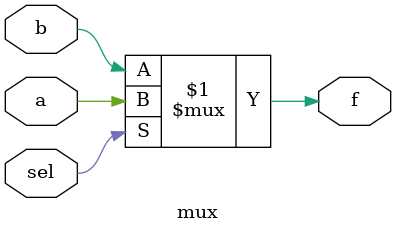
<source format=v>
`timescale 1ns / 1ps

 module Obfuscation(input A,input B,input C,input D,input K1,input K2, input K3,output Y);
  wire e,f,g,h,i,j,k,l,m,n;
  nand P(e,A,B);
  and Q(f,C,D);
  xor R(g,e,K1);
  xnor S(h,f,K2);
  nor T(i,f,C);
  nor U(l,g,h); 
  or W(n,B,D);
  mux G(j,n,i,K3);
  nand V(m,j,l);
  and X(Y,m,n);
endmodule
 module mux(f, a, b, sel);
    output f;
    input a, b, sel;
    assign f=sel?a:b;
endmodule
</source>
